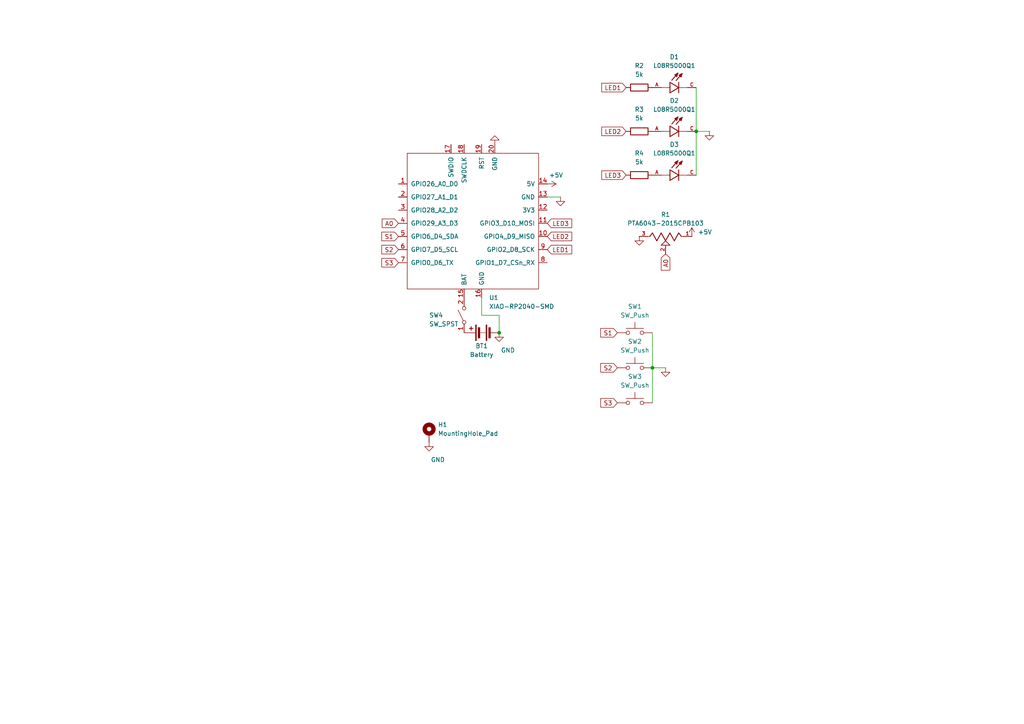
<source format=kicad_sch>
(kicad_sch (version 20250114) (generator "eeschema") (generator_version "9.0")
  (paper "A4")
  (lib_symbols
    (symbol "Device:Battery" (pin_numbers (hide yes)) (pin_names (offset 0) (hide yes))
      (property "Reference" "BT" (at 2.54 2.54 0))
      (property "Value" "Battery" (at 2.54 0 0))
      (symbol "Battery_0_1"
        (rectangle (start -2.286 1.778) (end 2.286 1.524) (fill (type outline)))
        (rectangle (start -2.286 -1.27) (end 2.286 -1.524) (fill (type outline)))
        (rectangle (start -1.524 1.016) (end 1.524 0.508) (fill (type outline)))
        (rectangle (start -1.524 -2.032) (end 1.524 -2.54) (fill (type outline)))
        (polyline (pts (xy 0 1.778) (xy 0 2.54)))
        (polyline (pts (xy 0 0) (xy 0 0.254)))
        (polyline (pts (xy 0 -0.508) (xy 0 -0.254)))
        (polyline (pts (xy 0 -1.016) (xy 0 -0.762)))
        (polyline (pts (xy 0.762 3.048) (xy 1.778 3.048)) (stroke (width 0.254)))
        (polyline (pts (xy 1.27 3.556) (xy 1.27 2.54)) (stroke (width 0.254)))
      )
      (symbol "Battery_1_1"
        (pin passive line (at 0 5.08 270) (length 2.54) (name "+") (number "1"))
        (pin passive line (at 0 -5.08 90) (length 2.54) (name "-") (number "2"))
      )
    )
    (symbol "Device:R" (pin_numbers (hide yes)) (pin_names (offset 0))
      (property "Reference" "R" (at 2.032 0 90))
      (property "Value" "R" (at 0 0 90))
      (symbol "R_0_1"
        (rectangle (start -1.016 -2.54) (end 1.016 2.54) (stroke (width 0.254)))
      )
      (symbol "R_1_1"
        (pin passive line (at 0 3.81 270) (length 1.27) (name "~") (number "1"))
        (pin passive line (at 0 -3.81 90) (length 1.27) (name "~") (number "2"))
      )
    )
    (symbol "L08R5000Q1:L08R5000Q1" (pin_names (offset 1.016))
      (property "Reference" "D" (at -3.0988 4.4958 0))
      (property "Value" "L08R5000Q1" (at -3.556 -3.302 0))
      (symbol "L08R5000Q1_0_0"
        (polyline (pts (xy -2.54 1.524) (xy -2.54 0)) (stroke (width 0.254)))
        (polyline (pts (xy -2.54 0) (xy -5.08 0)) (stroke (width 0.1524)))
        (polyline (pts (xy -2.54 0) (xy -2.54 -1.524)) (stroke (width 0.254)))
        (polyline (pts (xy -2.54 -1.524) (xy 0 0)) (stroke (width 0.254)))
        (polyline (pts (xy -1.1176 3.683) (xy -0.2286 4.1656)) (stroke (width 0.254)))
        (polyline (pts (xy -0.9398 3.6068) (xy -0.7112 3.7592)) (stroke (width 0.254)))
        (polyline (pts (xy -0.5588 3.2004) (xy -1.1176 3.683)) (stroke (width 0.254)))
        (polyline (pts (xy -0.5588 3.2004) (xy -0.5334 3.937)) (stroke (width 0.254)))
        (polyline (pts (xy -0.5334 3.937) (xy -0.6604 3.937)) (stroke (width 0.254)))
        (polyline (pts (xy -0.2286 4.1656) (xy -2.0066 2.1336)) (stroke (width 0.254)))
        (polyline (pts (xy -0.2286 4.1656) (xy -0.5588 3.2004)) (stroke (width 0.254)))
        (polyline (pts (xy 0 1.524) (xy 0 0)) (stroke (width 0.254)))
        (polyline (pts (xy 0 0) (xy -2.54 1.524)) (stroke (width 0.254)))
        (polyline (pts (xy 0 0) (xy 0 -1.524)) (stroke (width 0.254)))
        (polyline (pts (xy 0.127 3.5814) (xy 1.016 4.064)) (stroke (width 0.254)))
        (polyline (pts (xy 0.3048 3.5052) (xy 0.5334 3.6576)) (stroke (width 0.254)))
        (polyline (pts (xy 0.6858 3.0988) (xy 0.127 3.5814)) (stroke (width 0.254)))
        (polyline (pts (xy 0.6858 3.0988) (xy 0.7112 3.8354)) (stroke (width 0.254)))
        (polyline (pts (xy 0.7112 3.8354) (xy 0.5842 3.8354)) (stroke (width 0.254)))
        (polyline (pts (xy 1.016 4.064) (xy -0.762 2.032)) (stroke (width 0.254)))
        (polyline (pts (xy 1.016 4.064) (xy 0.6858 3.0988)) (stroke (width 0.254)))
        (polyline (pts (xy 2.54 0) (xy 0 0)) (stroke (width 0.1524)))
        (pin passive line (at -7.62 0 0) (length 2.54) (name "~") (number "A"))
        (pin passive line (at 5.08 0 180) (length 2.54) (name "~") (number "C"))
      )
    )
    (symbol "Mechanical:MountingHole_Pad" (pin_numbers (hide yes)) (pin_names (offset 1.016) (hide yes)) (in_bom no)
      (property "Reference" "H" (at 0 6.35 0))
      (property "Value" "MountingHole_Pad" (at 0 4.445 0))
      (symbol "MountingHole_Pad_0_1"
        (circle (center 0 1.27) (radius 1.27) (stroke (width 1.27)))
      )
      (symbol "MountingHole_Pad_1_1"
        (pin input line (at 0 -2.54 90) (length 2.54) (name "1") (number "1"))
      )
    )
    (symbol "PTA6043-2015CPB103:PTA6043-2015CPB103" (pin_names (offset 1.016))
      (property "Reference" "R" (at -5.08 5.08 0))
      (property "Value" "PTA6043-2015CPB103" (at -5.08 2.54 0))
      (symbol "PTA6043-2015CPB103_0_0"
        (polyline (pts (xy -5.08 0) (xy -4.572 0)) (stroke (width 0.1524)))
        (polyline (pts (xy -4.572 0) (xy -3.81 1.016)) (stroke (width 0.254)))
        (polyline (pts (xy -3.81 1.016) (xy -2.54 -1.27)) (stroke (width 0.254)))
        (polyline (pts (xy -2.54 -1.27) (xy -1.27 1.016)) (stroke (width 0.254)))
        (polyline (pts (xy -1.27 1.016) (xy 0 -1.27)) (stroke (width 0.254)))
        (polyline (pts (xy -1.27 -2.54) (xy 0 -1.27)) (stroke (width 0.2032)))
        (polyline (pts (xy 0 -1.27) (xy 1.27 1.016)) (stroke (width 0.254)))
        (polyline (pts (xy 0 -1.27) (xy 1.27 -2.54)) (stroke (width 0.2032)))
        (polyline (pts (xy 1.27 1.016) (xy 2.54 -1.27)) (stroke (width 0.254)))
        (polyline (pts (xy 1.27 -2.54) (xy -1.27 -2.54)) (stroke (width 0.2032)))
        (polyline (pts (xy 2.54 -1.27) (xy 3.81 1.016)) (stroke (width 0.254)))
        (polyline (pts (xy 3.81 1.016) (xy 4.572 0)) (stroke (width 0.254)))
        (polyline (pts (xy 4.572 0) (xy 5.08 0)) (stroke (width 0.1524)))
        (pin passive line (at -7.62 0 0) (length 2.54) (name "~") (number "3"))
        (pin passive line (at 0 -5.08 90) (length 2.54) (name "~") (number "2"))
        (pin passive line (at 7.62 0 180) (length 2.54) (name "~") (number "1"))
      )
    )
    (symbol "Seeed_Studio_XIAO_Series:XIAO-RP2040-SMD" (pin_names (offset 1.016))
      (property "Reference" "U" (at -18.542 23.114 0))
      (property "Value" "XIAO-RP2040-SMD" (at -8.382 21.336 0))
      (symbol "XIAO-RP2040-SMD_0_1"
        (rectangle (start 19.05 -19.05) (end -19.05 20.32))
      )
      (symbol "XIAO-RP2040-SMD_1_1"
        (pin passive line (at -21.59 11.43 0) (length 2.54) (name "GPIO26_A0_D0") (number "1"))
        (pin passive line (at -21.59 7.62 0) (length 2.54) (name "GPIO27_A1_D1") (number "2"))
        (pin passive line (at -21.59 3.81 0) (length 2.54) (name "GPIO28_A2_D2") (number "3"))
        (pin passive line (at -21.59 0 0) (length 2.54) (name "GPIO29_A3_D3") (number "4"))
        (pin passive line (at -21.59 -3.81 0) (length 2.54) (name "GPIO6_D4_SDA") (number "5"))
        (pin passive line (at -21.59 -7.62 0) (length 2.54) (name "GPIO7_D5_SCL") (number "6"))
        (pin passive line (at -21.59 -11.43 0) (length 2.54) (name "GPIO0_D6_TX") (number "7"))
        (pin passive line (at -6.35 22.86 270) (length 2.54) (name "SWDIO") (number "17"))
        (pin passive line (at -2.54 22.86 270) (length 2.54) (name "SWDCLK") (number "18"))
        (pin passive line (at -2.54 -21.59 90) (length 2.54) (name "BAT") (number "15"))
        (pin passive line (at 2.54 22.86 270) (length 2.54) (name "RST") (number "19"))
        (pin passive line (at 2.54 -21.59 90) (length 2.54) (name "GND") (number "16"))
        (pin passive line (at 6.35 22.86 270) (length 2.54) (name "GND") (number "20"))
        (pin passive line (at 21.59 11.43 180) (length 2.54) (name "5V") (number "14"))
        (pin passive line (at 21.59 7.62 180) (length 2.54) (name "GND") (number "13"))
        (pin passive line (at 21.59 3.81 180) (length 2.54) (name "3V3") (number "12"))
        (pin passive line (at 21.59 0 180) (length 2.54) (name "GPIO3_D10_MOSI") (number "11"))
        (pin passive line (at 21.59 -3.81 180) (length 2.54) (name "GPIO4_D9_MISO") (number "10"))
        (pin passive line (at 21.59 -7.62 180) (length 2.54) (name "GPIO2_D8_SCK") (number "9"))
        (pin passive line (at 21.59 -11.43 180) (length 2.54) (name "GPIO1_D7_CSn_RX") (number "8"))
      )
    )
    (symbol "Switch:SW_Push" (pin_numbers (hide yes)) (pin_names (offset 1.016) (hide yes))
      (property "Reference" "SW" (at 1.27 2.54 0))
      (property "Value" "SW_Push" (at 0 -1.524 0))
      (symbol "SW_Push_0_1"
        (circle (center -2.032 0) (radius 0.508))
        (polyline (pts (xy 0 1.27) (xy 0 3.048)))
        (circle (center 2.032 0) (radius 0.508))
        (polyline (pts (xy 2.54 1.27) (xy -2.54 1.27)))
        (pin passive line (at -5.08 0 0) (length 2.54) (name "1") (number "1"))
        (pin passive line (at 5.08 0 180) (length 2.54) (name "2") (number "2"))
      )
    )
    (symbol "Switch:SW_SPST" (pin_names (offset 0) (hide yes))
      (property "Reference" "SW" (at 0 3.175 0))
      (property "Value" "SW_SPST" (at 0 -2.54 0))
      (symbol "SW_SPST_0_0"
        (circle (center -2.032 0) (radius 0.508))
        (polyline (pts (xy -1.524 0.254) (xy 1.524 1.778)))
        (circle (center 2.032 0) (radius 0.508))
      )
      (symbol "SW_SPST_1_1"
        (pin passive line (at -5.08 0 0) (length 2.54) (name "A") (number "1"))
        (pin passive line (at 5.08 0 180) (length 2.54) (name "B") (number "2"))
      )
    )
    (symbol "power:+5V" (power) (pin_numbers (hide yes)) (pin_names (offset 0) (hide yes))
      (property "Value" "+5V" (at 0 3.556 0))
      (symbol "+5V_0_1"
        (polyline (pts (xy -0.762 1.27) (xy 0 2.54)))
        (polyline (pts (xy 0 2.54) (xy 0.762 1.27)))
        (polyline (pts (xy 0 0) (xy 0 2.54)))
      )
      (symbol "+5V_1_1"
        (pin power_in line (at 0 0 90) (length 0) (name "~") (number "1"))
      )
    )
    (symbol "power:GND" (power) (pin_numbers (hide yes)) (pin_names (offset 0) (hide yes))
      (property "Value" "GND" (at 0 -3.81 0))
      (symbol "GND_0_1"
        (polyline (pts (xy 0 0) (xy 0 -1.27) (xy 1.27 -1.27) (xy 0 -2.54) (xy -1.27 -1.27) (xy 0 -1.27)))
      )
      (symbol "GND_1_1"
        (pin power_in line (at 0 0 270) (length 0) (name "~") (number "1"))
      )
    )
  )
  (junction (at 201.93 38.1))
  (junction (at 144.78 96.52))
  (junction (at 189.23 106.68))
  (wire (pts (xy 201.93 25.4) (xy 201.93 38.1)))
  (wire (pts (xy 189.23 96.52) (xy 189.23 106.68)))
  (wire (pts (xy 189.23 106.68) (xy 189.23 116.84)))
  (wire (pts (xy 162.56 57.15) (xy 158.75 57.15)))
  (wire (pts (xy 189.23 106.68) (xy 193.04 106.68)))
  (wire (pts (xy 201.93 38.1) (xy 205.74 38.1)))
  (wire (pts (xy 139.7 91.44) (xy 144.78 91.44)))
  (wire (pts (xy 201.93 38.1) (xy 201.93 50.8)))
  (wire (pts (xy 144.78 91.44) (xy 144.78 96.52)))
  (wire (pts (xy 139.7 86.36) (xy 139.7 91.44)))
  (global_label "S3" (shape input) (at 179.07 116.84 180) (property "Intersheetrefs" "${INTERSHEET_REFS}" (effects (hide yes))))
  (global_label "S2" (shape input) (at 115.57 72.39 180) (property "Intersheetrefs" "${INTERSHEET_REFS}" (effects (hide yes))))
  (global_label "S3" (shape input) (at 115.57 76.2 180) (property "Intersheetrefs" "${INTERSHEET_REFS}" (effects (hide yes))))
  (global_label "S2" (shape input) (at 179.07 106.68 180) (property "Intersheetrefs" "${INTERSHEET_REFS}" (effects (hide yes))))
  (global_label "S1" (shape input) (at 179.07 96.52 180) (property "Intersheetrefs" "${INTERSHEET_REFS}" (effects (hide yes))))
  (global_label "LED3" (shape input) (at 181.61 50.8 180) (property "Intersheetrefs" "${INTERSHEET_REFS}" (effects (hide yes))))
  (global_label "A0" (shape input) (at 115.57 64.77 180) (property "Intersheetrefs" "${INTERSHEET_REFS}" (effects (hide yes))))
  (global_label "LED1" (shape input) (at 181.61 25.4 180) (property "Intersheetrefs" "${INTERSHEET_REFS}" (effects (hide yes))))
  (global_label "LED2" (shape input) (at 181.61 38.1 180) (property "Intersheetrefs" "${INTERSHEET_REFS}" (effects (hide yes))))
  (global_label "LED2" (shape input) (at 158.75 68.58 0) (property "Intersheetrefs" "${INTERSHEET_REFS}" (effects (hide yes))))
  (global_label "LED3" (shape input) (at 158.75 64.77 0) (property "Intersheetrefs" "${INTERSHEET_REFS}" (effects (hide yes))))
  (global_label "A0" (shape input) (at 193.04 73.66 270) (property "Intersheetrefs" "${INTERSHEET_REFS}" (effects (hide yes))))
  (global_label "LED1" (shape input) (at 158.75 72.39 0) (property "Intersheetrefs" "${INTERSHEET_REFS}" (effects (hide yes))))
  (global_label "S1" (shape input) (at 115.57 68.58 180) (property "Intersheetrefs" "${INTERSHEET_REFS}" (effects (hide yes))))
  (symbol (lib_id "Device:R") (at 185.42 50.8 90) (unit 1)
    (property "Reference" "R4" (at 185.42 44.45 90))
    (property "Value" "5k" (at 185.42 46.99 90))
    (property "Footprint" "Resistor_THT:R_Axial_DIN0204_L3.6mm_D1.6mm_P5.08mm_Horizontal" (effects (hide yes)))
    (property "Description" "Resistor" (effects (hide yes)))
  )
  (symbol (lib_id "L08R5000Q1:L08R5000Q1") (at 196.85 25.4 0) (unit 1)
    (property "Reference" "D1" (at 195.58 16.51 0))
    (property "Value" "L08R5000Q1" (at 195.58 19.05 0))
    (property "Footprint" "e390cee6c564169ed6d49fe7a268946ec8897500_l08r5000q1:LEDRD254W57D500H1070" (effects (hide yes)))
    (property "MF" "LED Technology" (effects (hide yes)))
    (property "MAXIMUM_PACKAGE_HEIGHT" "10.7mm" (effects (hide yes)))
    (property "Package" "None" (effects (hide yes)))
    (property "Price" "None" (effects (hide yes)))
    (property "Check_prices" "https://www.snapeda.com/parts/L08R5000Q1/LED+Technology/view-part/?ref=eda" (effects (hide yes)))
    (property "STANDARD" "IPC-7351B" (effects (hide yes)))
    (property "PARTREV" "NA" (effects (hide yes)))
    (property "SnapEDA_Link" "https://www.snapeda.com/parts/L08R5000Q1/LED+Technology/view-part/?ref=snap" (effects (hide yes)))
    (property "MP" "L08R5000Q1" (effects (hide yes)))
    (property "Description_1" "LED, 5MM, ORANGE; LED / Lamp Size: 5mm / T-1 3/4; LED Colour: Orange; Typ Luminous Intensity: 4.3mcd; Viewing Angle: ..." (effects (hide yes)))
    (property "Availability" "Not in stock" (effects (hide yes)))
    (property "MANUFACTURER" "LED TECHNOLOGY" (effects (hide yes)))
  )
  (symbol (lib_id "L08R5000Q1:L08R5000Q1") (at 196.85 50.8 0) (unit 1)
    (property "Reference" "D3" (at 195.58 41.91 0))
    (property "Value" "L08R5000Q1" (at 195.58 44.45 0))
    (property "Footprint" "e390cee6c564169ed6d49fe7a268946ec8897500_l08r5000q1:LEDRD254W57D500H1070" (effects (hide yes)))
    (property "MF" "LED Technology" (effects (hide yes)))
    (property "MAXIMUM_PACKAGE_HEIGHT" "10.7mm" (effects (hide yes)))
    (property "Package" "None" (effects (hide yes)))
    (property "Price" "None" (effects (hide yes)))
    (property "Check_prices" "https://www.snapeda.com/parts/L08R5000Q1/LED+Technology/view-part/?ref=eda" (effects (hide yes)))
    (property "STANDARD" "IPC-7351B" (effects (hide yes)))
    (property "PARTREV" "NA" (effects (hide yes)))
    (property "SnapEDA_Link" "https://www.snapeda.com/parts/L08R5000Q1/LED+Technology/view-part/?ref=snap" (effects (hide yes)))
    (property "MP" "L08R5000Q1" (effects (hide yes)))
    (property "Description_1" "LED, 5MM, ORANGE; LED / Lamp Size: 5mm / T-1 3/4; LED Colour: Orange; Typ Luminous Intensity: 4.3mcd; Viewing Angle: ..." (effects (hide yes)))
    (property "Availability" "Not in stock" (effects (hide yes)))
    (property "MANUFACTURER" "LED TECHNOLOGY" (effects (hide yes)))
  )
  (symbol (lib_id "power:GND") (at 162.56 57.15 0) (unit 1)
    (property "Reference" "#PWR02" (effects (hide yes)))
    (property "Value" "GND" (effects (hide yes)))
    (property "Description" "Power symbol creates a global label with name \"GND\" , ground" (effects (hide yes)))
  )
  (symbol (lib_id "Switch:SW_SPST") (at 134.62 91.44 90) (unit 1)
    (property "Reference" "SW4" (at 124.46 91.44 90) (effects (justify right)))
    (property "Value" "SW_SPST" (at 124.46 93.98 90) (effects (justify right)))
    (property "Footprint" "Button_Switch_SMD:SW_SPST_REED_CT05-XXXX-J1" (effects (hide yes)))
    (property "Description" "Single Pole Single Throw (SPST) switch" (effects (hide yes)))
  )
  (symbol (lib_id "power:GND") (at 185.42 68.58 0) (unit 1)
    (property "Reference" "#PWR05" (effects (hide yes)))
    (property "Value" "GND" (effects (hide yes)))
    (property "Description" "Power symbol creates a global label with name \"GND\" , ground" (effects (hide yes)))
  )
  (symbol (lib_id "Device:R") (at 185.42 38.1 90) (unit 1)
    (property "Reference" "R3" (at 185.42 31.75 90))
    (property "Value" "5k" (at 185.42 34.29 90))
    (property "Footprint" "Resistor_THT:R_Axial_DIN0204_L3.6mm_D1.6mm_P5.08mm_Horizontal" (effects (hide yes)))
    (property "Description" "Resistor" (effects (hide yes)))
  )
  (symbol (lib_id "Switch:SW_Push") (at 184.15 106.68 0) (unit 1)
    (property "Reference" "SW2" (at 184.15 99.06 0))
    (property "Value" "SW_Push" (at 184.15 101.6 0))
    (property "Footprint" "Button_Switch_Keyboard:SW_Cherry_MX_1.00u_PCB" (effects (hide yes)))
    (property "Description" "Push button switch, generic, two pins" (effects (hide yes)))
  )
  (symbol (lib_id "power:GND") (at 205.74 38.1 0) (unit 1)
    (property "Reference" "#PWR07" (effects (hide yes)))
    (property "Value" "GND" (effects (hide yes)))
    (property "Description" "Power symbol creates a global label with name \"GND\" , ground" (effects (hide yes)))
  )
  (symbol (lib_id "power:GND") (at 143.51 41.91 180) (unit 1)
    (property "Reference" "#PWR06" (effects (hide yes)))
    (property "Value" "GND" (effects (hide yes)))
    (property "Description" "Power symbol creates a global label with name \"GND\" , ground" (effects (hide yes)))
  )
  (symbol (lib_id "power:GND") (at 124.46 128.27 0) (unit 1)
    (property "Reference" "#PWR03" (effects (hide yes)))
    (property "Value" "GND" (at 127 133.35 0))
    (property "Description" "Power symbol creates a global label with name \"GND\" , ground" (effects (hide yes)))
  )
  (symbol (lib_id "Seeed_Studio_XIAO_Series:XIAO-RP2040-SMD") (at 137.16 64.77 0) (unit 1)
    (property "Reference" "U1" (at 141.8433 86.36 0) (effects (justify left)))
    (property "Value" "XIAO-RP2040-SMD" (at 141.8433 88.9 0) (effects (justify left)))
    (property "Footprint" "Seeed Studio XIAO Series Library:XIAO-RP2040-SMD" (effects (hide yes)))
  )
  (symbol (lib_id "power:GND") (at 144.78 96.52 0) (unit 1)
    (property "Reference" "#PWR01" (effects (hide yes)))
    (property "Value" "GND" (at 147.32 101.6 0))
    (property "Description" "Power symbol creates a global label with name \"GND\" , ground" (effects (hide yes)))
  )
  (symbol (lib_id "Device:Battery") (at 139.7 96.52 90) (unit 1)
    (property "Reference" "BT1" (at 139.7 100.33 90))
    (property "Value" "Battery" (at 139.7 102.87 90))
    (property "Footprint" "Battery:BatteryHolder_Keystone_2466_1xAAA" (effects (hide yes)))
    (property "Description" "Multiple-cell battery" (effects (hide yes)))
  )
  (symbol (lib_id "L08R5000Q1:L08R5000Q1") (at 196.85 38.1 0) (unit 1)
    (property "Reference" "D2" (at 195.58 29.21 0))
    (property "Value" "L08R5000Q1" (at 195.58 31.75 0))
    (property "Footprint" "e390cee6c564169ed6d49fe7a268946ec8897500_l08r5000q1:LEDRD254W57D500H1070" (effects (hide yes)))
    (property "MF" "LED Technology" (effects (hide yes)))
    (property "MAXIMUM_PACKAGE_HEIGHT" "10.7mm" (effects (hide yes)))
    (property "Package" "None" (effects (hide yes)))
    (property "Price" "None" (effects (hide yes)))
    (property "Check_prices" "https://www.snapeda.com/parts/L08R5000Q1/LED+Technology/view-part/?ref=eda" (effects (hide yes)))
    (property "STANDARD" "IPC-7351B" (effects (hide yes)))
    (property "PARTREV" "NA" (effects (hide yes)))
    (property "SnapEDA_Link" "https://www.snapeda.com/parts/L08R5000Q1/LED+Technology/view-part/?ref=snap" (effects (hide yes)))
    (property "MP" "L08R5000Q1" (effects (hide yes)))
    (property "Description_1" "LED, 5MM, ORANGE; LED / Lamp Size: 5mm / T-1 3/4; LED Colour: Orange; Typ Luminous Intensity: 4.3mcd; Viewing Angle: ..." (effects (hide yes)))
    (property "Availability" "Not in stock" (effects (hide yes)))
    (property "MANUFACTURER" "LED TECHNOLOGY" (effects (hide yes)))
  )
  (symbol (lib_id "Mechanical:MountingHole_Pad") (at 124.46 125.73 0) (unit 1) (in_bom no)
    (property "Reference" "H1" (at 127 123.1899 0) (effects (justify left)))
    (property "Value" "MountingHole_Pad" (at 127 125.7299 0) (effects (justify left)))
    (property "Footprint" "MountingHole:MountingHole_2.2mm_M2_DIN965_Pad" (effects (hide yes)))
    (property "Description" "Mounting Hole with connection" (effects (hide yes)))
  )
  (symbol (lib_id "PTA6043-2015CPB103:PTA6043-2015CPB103") (at 193.04 68.58 0) (unit 1)
    (property "Reference" "R1" (at 193.04 62.23 0))
    (property "Value" "PTA6043-2015CPB103" (at 193.04 64.77 0))
    (property "Footprint" "PTA3043_2015CPB103:TRIM_PTA3043-2015CPB103" (effects (hide yes)))
    (property "MF" "Bourns" (effects (hide yes)))
    (property "MAXIMUM_PACKAGE_HEIGHT" "16.90mm" (effects (hide yes)))
    (property "Package" "None" (effects (hide yes)))
    (property "Price" "None" (effects (hide yes)))
    (property "Check_prices" "https://www.snapeda.com/parts/PTA6043-2015CPB103/Bourns/view-part/?ref=eda" (effects (hide yes)))
    (property "STANDARD" "Manufacturer Recommendations" (effects (hide yes)))
    (property "PARTREV" "04/21" (effects (hide yes)))
    (property "SnapEDA_Link" "https://www.snapeda.com/parts/PTA6043-2015CPB103/Bourns/view-part/?ref=snap" (effects (hide yes)))
    (property "MP" "PTA6043-2015CPB103" (effects (hide yes)))
    (property "Description_1" "10 kOhms 0.25W, 1/4W Through Hole Slide Potentiometer Top Adjustment Type" (effects (hide yes)))
    (property "Availability" "In Stock" (effects (hide yes)))
    (property "MANUFACTURER" "Bourns" (effects (hide yes)))
  )
  (symbol (lib_id "power:+5V") (at 158.75 53.34 270) (unit 1)
    (property "Reference" "#PWR09" (effects (hide yes)))
    (property "Value" "+5V" (at 161.29 50.8 90))
    (property "Description" "Power symbol creates a global label with name \"+5V\"" (effects (hide yes)))
  )
  (symbol (lib_id "power:GND") (at 193.04 106.68 0) (unit 1)
    (property "Reference" "#PWR08" (effects (hide yes)))
    (property "Value" "GND" (effects (hide yes)))
    (property "Description" "Power symbol creates a global label with name \"GND\" , ground" (effects (hide yes)))
  )
  (symbol (lib_id "Device:R") (at 185.42 25.4 90) (unit 1)
    (property "Reference" "R2" (at 185.42 19.05 90))
    (property "Value" "5k" (at 185.42 21.59 90))
    (property "Footprint" "Resistor_THT:R_Axial_DIN0204_L3.6mm_D1.6mm_P5.08mm_Horizontal" (effects (hide yes)))
    (property "Description" "Resistor" (effects (hide yes)))
  )
  (symbol (lib_id "Switch:SW_Push") (at 184.15 96.52 0) (unit 1)
    (property "Reference" "SW1" (at 184.15 88.9 0))
    (property "Value" "SW_Push" (at 184.15 91.44 0))
    (property "Footprint" "Button_Switch_Keyboard:SW_Cherry_MX_1.00u_PCB" (effects (hide yes)))
    (property "Description" "Push button switch, generic, two pins" (effects (hide yes)))
  )
  (symbol (lib_id "Switch:SW_Push") (at 184.15 116.84 0) (unit 1)
    (property "Reference" "SW3" (at 184.15 109.22 0))
    (property "Value" "SW_Push" (at 184.15 111.76 0))
    (property "Footprint" "Button_Switch_Keyboard:SW_Cherry_MX_1.00u_PCB" (effects (hide yes)))
    (property "Description" "Push button switch, generic, two pins" (effects (hide yes)))
  )
  (symbol (lib_id "power:+5V") (at 200.66 68.58 0) (unit 1)
    (property "Reference" "#PWR04" (effects (hide yes)))
    (property "Value" "+5V" (at 204.47 67.31 0))
    (property "Description" "Power symbol creates a global label with name \"+5V\"" (effects (hide yes)))
  )
)
</source>
